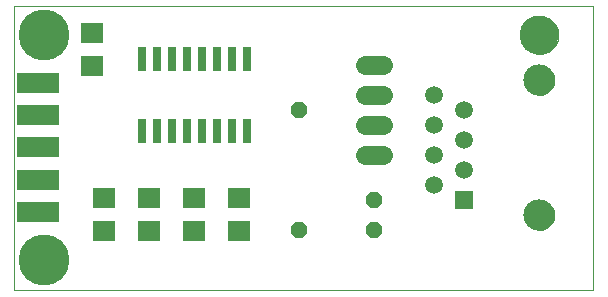
<source format=gts>
G75*
G70*
%OFA0B0*%
%FSLAX24Y24*%
%IPPOS*%
%LPD*%
%AMOC8*
5,1,8,0,0,1.08239X$1,22.5*
%
%ADD10C,0.0000*%
%ADD11C,0.1300*%
%ADD12R,0.0300X0.0840*%
%ADD13R,0.0749X0.0670*%
%ADD14OC8,0.0560*%
%ADD15C,0.0594*%
%ADD16C,0.1040*%
%ADD17R,0.0594X0.0594*%
%ADD18R,0.1418X0.0709*%
%ADD19C,0.0640*%
%ADD20C,0.1700*%
D10*
X004777Y002056D02*
X004777Y011505D01*
X024069Y011505D01*
X024069Y002056D01*
X004777Y002056D01*
X021777Y004556D02*
X021779Y004600D01*
X021785Y004644D01*
X021795Y004687D01*
X021808Y004729D01*
X021825Y004770D01*
X021846Y004809D01*
X021870Y004846D01*
X021897Y004881D01*
X021927Y004913D01*
X021960Y004943D01*
X021996Y004969D01*
X022033Y004993D01*
X022073Y005012D01*
X022114Y005029D01*
X022157Y005041D01*
X022200Y005050D01*
X022244Y005055D01*
X022288Y005056D01*
X022332Y005053D01*
X022376Y005046D01*
X022419Y005035D01*
X022461Y005021D01*
X022501Y005003D01*
X022540Y004981D01*
X022576Y004957D01*
X022610Y004929D01*
X022642Y004898D01*
X022671Y004864D01*
X022697Y004828D01*
X022719Y004790D01*
X022738Y004750D01*
X022753Y004708D01*
X022765Y004666D01*
X022773Y004622D01*
X022777Y004578D01*
X022777Y004534D01*
X022773Y004490D01*
X022765Y004446D01*
X022753Y004404D01*
X022738Y004362D01*
X022719Y004322D01*
X022697Y004284D01*
X022671Y004248D01*
X022642Y004214D01*
X022610Y004183D01*
X022576Y004155D01*
X022540Y004131D01*
X022501Y004109D01*
X022461Y004091D01*
X022419Y004077D01*
X022376Y004066D01*
X022332Y004059D01*
X022288Y004056D01*
X022244Y004057D01*
X022200Y004062D01*
X022157Y004071D01*
X022114Y004083D01*
X022073Y004100D01*
X022033Y004119D01*
X021996Y004143D01*
X021960Y004169D01*
X021927Y004199D01*
X021897Y004231D01*
X021870Y004266D01*
X021846Y004303D01*
X021825Y004342D01*
X021808Y004383D01*
X021795Y004425D01*
X021785Y004468D01*
X021779Y004512D01*
X021777Y004556D01*
X021777Y009056D02*
X021779Y009100D01*
X021785Y009144D01*
X021795Y009187D01*
X021808Y009229D01*
X021825Y009270D01*
X021846Y009309D01*
X021870Y009346D01*
X021897Y009381D01*
X021927Y009413D01*
X021960Y009443D01*
X021996Y009469D01*
X022033Y009493D01*
X022073Y009512D01*
X022114Y009529D01*
X022157Y009541D01*
X022200Y009550D01*
X022244Y009555D01*
X022288Y009556D01*
X022332Y009553D01*
X022376Y009546D01*
X022419Y009535D01*
X022461Y009521D01*
X022501Y009503D01*
X022540Y009481D01*
X022576Y009457D01*
X022610Y009429D01*
X022642Y009398D01*
X022671Y009364D01*
X022697Y009328D01*
X022719Y009290D01*
X022738Y009250D01*
X022753Y009208D01*
X022765Y009166D01*
X022773Y009122D01*
X022777Y009078D01*
X022777Y009034D01*
X022773Y008990D01*
X022765Y008946D01*
X022753Y008904D01*
X022738Y008862D01*
X022719Y008822D01*
X022697Y008784D01*
X022671Y008748D01*
X022642Y008714D01*
X022610Y008683D01*
X022576Y008655D01*
X022540Y008631D01*
X022501Y008609D01*
X022461Y008591D01*
X022419Y008577D01*
X022376Y008566D01*
X022332Y008559D01*
X022288Y008556D01*
X022244Y008557D01*
X022200Y008562D01*
X022157Y008571D01*
X022114Y008583D01*
X022073Y008600D01*
X022033Y008619D01*
X021996Y008643D01*
X021960Y008669D01*
X021927Y008699D01*
X021897Y008731D01*
X021870Y008766D01*
X021846Y008803D01*
X021825Y008842D01*
X021808Y008883D01*
X021795Y008925D01*
X021785Y008968D01*
X021779Y009012D01*
X021777Y009056D01*
X021647Y010556D02*
X021649Y010606D01*
X021655Y010656D01*
X021665Y010705D01*
X021679Y010753D01*
X021696Y010800D01*
X021717Y010845D01*
X021742Y010889D01*
X021770Y010930D01*
X021802Y010969D01*
X021836Y011006D01*
X021873Y011040D01*
X021913Y011070D01*
X021955Y011097D01*
X021999Y011121D01*
X022045Y011142D01*
X022092Y011158D01*
X022140Y011171D01*
X022190Y011180D01*
X022239Y011185D01*
X022290Y011186D01*
X022340Y011183D01*
X022389Y011176D01*
X022438Y011165D01*
X022486Y011150D01*
X022532Y011132D01*
X022577Y011110D01*
X022620Y011084D01*
X022661Y011055D01*
X022700Y011023D01*
X022736Y010988D01*
X022768Y010950D01*
X022798Y010910D01*
X022825Y010867D01*
X022848Y010823D01*
X022867Y010777D01*
X022883Y010729D01*
X022895Y010680D01*
X022903Y010631D01*
X022907Y010581D01*
X022907Y010531D01*
X022903Y010481D01*
X022895Y010432D01*
X022883Y010383D01*
X022867Y010335D01*
X022848Y010289D01*
X022825Y010245D01*
X022798Y010202D01*
X022768Y010162D01*
X022736Y010124D01*
X022700Y010089D01*
X022661Y010057D01*
X022620Y010028D01*
X022577Y010002D01*
X022532Y009980D01*
X022486Y009962D01*
X022438Y009947D01*
X022389Y009936D01*
X022340Y009929D01*
X022290Y009926D01*
X022239Y009927D01*
X022190Y009932D01*
X022140Y009941D01*
X022092Y009954D01*
X022045Y009970D01*
X021999Y009991D01*
X021955Y010015D01*
X021913Y010042D01*
X021873Y010072D01*
X021836Y010106D01*
X021802Y010143D01*
X021770Y010182D01*
X021742Y010223D01*
X021717Y010267D01*
X021696Y010312D01*
X021679Y010359D01*
X021665Y010407D01*
X021655Y010456D01*
X021649Y010506D01*
X021647Y010556D01*
D11*
X022277Y010556D03*
D12*
X012527Y009766D03*
X012027Y009766D03*
X011527Y009766D03*
X011027Y009766D03*
X010527Y009766D03*
X010027Y009766D03*
X009527Y009766D03*
X009027Y009766D03*
X009027Y007346D03*
X009527Y007346D03*
X010027Y007346D03*
X010527Y007346D03*
X011027Y007346D03*
X011527Y007346D03*
X012027Y007346D03*
X012527Y007346D03*
D13*
X012277Y005107D03*
X010777Y005107D03*
X009277Y005107D03*
X007777Y005107D03*
X007777Y004005D03*
X009277Y004005D03*
X010777Y004005D03*
X012277Y004005D03*
X007377Y009505D03*
X007377Y010607D03*
D14*
X014277Y008056D03*
X016777Y005056D03*
X016777Y004056D03*
X014277Y004056D03*
D15*
X018777Y005556D03*
X019777Y006056D03*
X018777Y006556D03*
X019777Y007056D03*
X018777Y007556D03*
X019777Y008056D03*
X018777Y008556D03*
D16*
X022277Y009056D03*
X022277Y004556D03*
D17*
X019777Y005056D03*
D18*
X005567Y004646D03*
X005567Y005726D03*
X005567Y006806D03*
X005567Y007886D03*
X005567Y008966D03*
D19*
X016477Y008556D02*
X017077Y008556D01*
X017077Y007556D02*
X016477Y007556D01*
X016477Y006556D02*
X017077Y006556D01*
X017077Y009556D02*
X016477Y009556D01*
D20*
X005777Y010556D03*
X005777Y003056D03*
M02*

</source>
